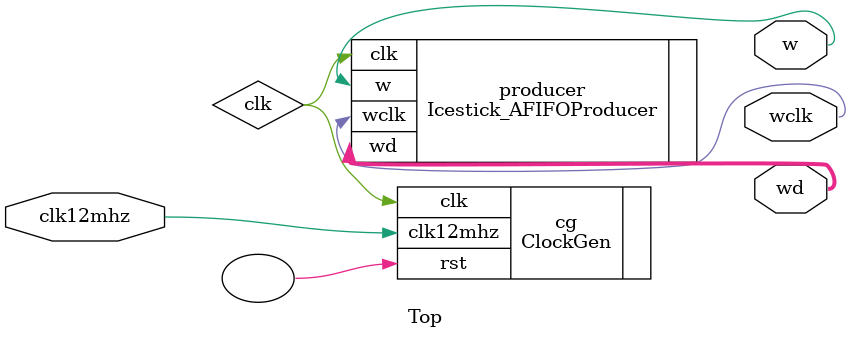
<source format=v>
`timescale 1ns/1ps
`include "../ClockGen.v"

module Top(
    input wire clk12mhz,
    output wire wclk,
    output wire w,
    output wire[11:0] wd
);
    // 16 MHz clock
    wire clk;
    ClockGen #(
        .FREQ(16),
		.DIVR(0),
		.DIVF(84),
		.DIVQ(6),
		.FILTER_RANGE(1)
    ) cg(.clk12mhz(clk12mhz), .clk(clk), .rst());
    
    Icestick_AFIFOProducer producer(.clk(clk), .wclk(wclk), .w(w), .wd(wd));
endmodule

</source>
